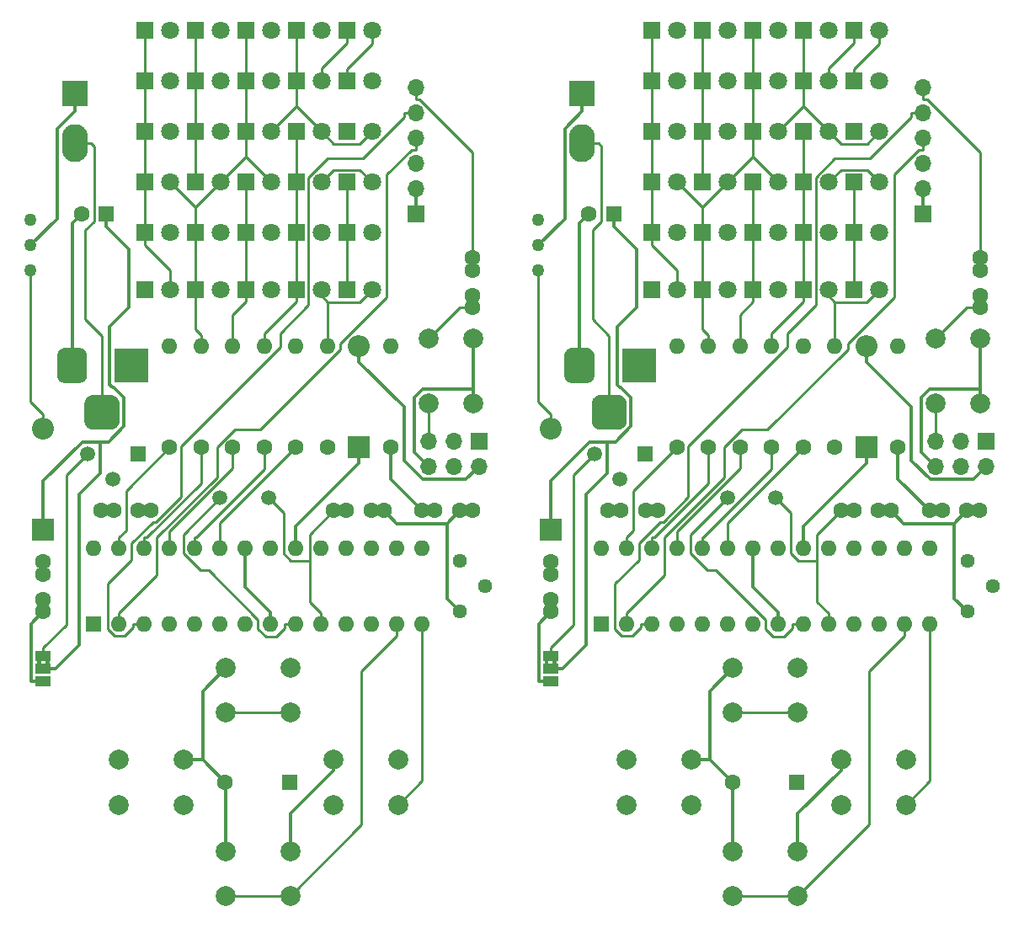
<source format=gtl>
G04 #@! TF.GenerationSoftware,KiCad,Pcbnew,(5.1.5)-3*
G04 #@! TF.CreationDate,2022-03-28T13:22:09+02:00*
G04 #@! TF.ProjectId,Panel-Game-Console,50616e65-6c2d-4476-916d-652d436f6e73,v3.3*
G04 #@! TF.SameCoordinates,Original*
G04 #@! TF.FileFunction,Copper,L1,Top*
G04 #@! TF.FilePolarity,Positive*
%FSLAX46Y46*%
G04 Gerber Fmt 4.6, Leading zero omitted, Abs format (unit mm)*
G04 Created by KiCad (PCBNEW (5.1.5)-3) date 2022-03-28 13:22:09*
%MOMM*%
%LPD*%
G04 APERTURE LIST*
%ADD10C,0.100000*%
%ADD11C,1.600000*%
%ADD12O,1.600000X1.600000*%
%ADD13O,1.700000X1.700000*%
%ADD14R,1.700000X1.700000*%
%ADD15C,2.000000*%
%ADD16R,2.200000X2.200000*%
%ADD17O,2.200000X2.200000*%
%ADD18R,1.800000X1.800000*%
%ADD19C,1.800000*%
%ADD20R,1.600000X1.600000*%
%ADD21C,1.500000*%
%ADD22R,1.500000X1.500000*%
%ADD23O,2.600000X3.819200*%
%ADD24R,2.600000X2.600000*%
%ADD25R,1.500000X1.000000*%
%ADD26C,1.440000*%
%ADD27C,1.270000*%
%ADD28R,3.500000X3.500000*%
%ADD29C,0.300000*%
%ADD30C,0.250000*%
G04 APERTURE END LIST*
D10*
G36*
X148710000Y-111760000D02*
G01*
X148710000Y-112260000D01*
X148310000Y-112260000D01*
X148310000Y-111760000D01*
X148710000Y-111760000D01*
G37*
G36*
X149510000Y-111760000D02*
G01*
X149510000Y-112260000D01*
X149110000Y-112260000D01*
X149110000Y-111760000D01*
X149510000Y-111760000D01*
G37*
G36*
X98510000Y-111760000D02*
G01*
X98510000Y-112260000D01*
X98110000Y-112260000D01*
X98110000Y-111760000D01*
X98510000Y-111760000D01*
G37*
G36*
X97710000Y-111760000D02*
G01*
X97710000Y-112260000D01*
X97310000Y-112260000D01*
X97310000Y-111760000D01*
X97710000Y-111760000D01*
G37*
D11*
X148910000Y-105695000D03*
X148910000Y-103195000D03*
X148910000Y-106945000D03*
X148910000Y-101945000D03*
X177485000Y-90435000D03*
D12*
X177485000Y-80275000D03*
D11*
X164785000Y-90435000D03*
D12*
X164785000Y-80275000D03*
D11*
X174310000Y-90435000D03*
D12*
X174310000Y-80275000D03*
D11*
X171135000Y-90435000D03*
D12*
X171135000Y-80275000D03*
D11*
X192090000Y-72635000D03*
X192090000Y-75135000D03*
X192090000Y-71385000D03*
X192090000Y-76385000D03*
D13*
X186375000Y-54240000D03*
X186375000Y-56780000D03*
X186375000Y-59320000D03*
X186375000Y-61860000D03*
X186375000Y-64400000D03*
D14*
X186375000Y-66940000D03*
D15*
X156530000Y-121845000D03*
X156530000Y-126345000D03*
X163030000Y-121845000D03*
X163030000Y-126345000D03*
D16*
X148910000Y-98690000D03*
D17*
X148910000Y-88530000D03*
D11*
X183835000Y-90435000D03*
D12*
X183835000Y-80275000D03*
D11*
X167960000Y-90435000D03*
D12*
X167960000Y-80275000D03*
D11*
X188260000Y-96785000D03*
X190760000Y-96785000D03*
X187010000Y-96785000D03*
X192010000Y-96785000D03*
D15*
X167250000Y-131020000D03*
X167250000Y-135520000D03*
X173750000Y-131020000D03*
X173750000Y-135520000D03*
D11*
X161610000Y-90435000D03*
D12*
X161610000Y-80275000D03*
D18*
X179415000Y-74565000D03*
D19*
X181955000Y-74565000D03*
D18*
X179415000Y-68850000D03*
D19*
X181955000Y-68850000D03*
D18*
X169255000Y-63770000D03*
D19*
X171795000Y-63770000D03*
D18*
X179415000Y-63770000D03*
D19*
X181955000Y-63770000D03*
D18*
X164175000Y-68850000D03*
D19*
X166715000Y-68850000D03*
D15*
X167250000Y-112605000D03*
X167250000Y-117105000D03*
X173750000Y-112605000D03*
X173750000Y-117105000D03*
X178120000Y-121845000D03*
X178120000Y-126345000D03*
X184620000Y-121845000D03*
X184620000Y-126345000D03*
D18*
X159095000Y-74565000D03*
D19*
X161635000Y-74565000D03*
D18*
X169255000Y-68850000D03*
D19*
X171795000Y-68850000D03*
D18*
X164175000Y-74565000D03*
D19*
X166715000Y-74565000D03*
D18*
X159095000Y-63770000D03*
D19*
X161635000Y-63770000D03*
D18*
X164175000Y-63770000D03*
D19*
X166715000Y-63770000D03*
D18*
X159095000Y-58690000D03*
D19*
X161635000Y-58690000D03*
D18*
X159095000Y-68850000D03*
D19*
X161635000Y-68850000D03*
D18*
X169255000Y-74565000D03*
D19*
X171795000Y-74565000D03*
D18*
X174335000Y-68850000D03*
D19*
X176875000Y-68850000D03*
D18*
X174335000Y-63770000D03*
D19*
X176875000Y-63770000D03*
D18*
X174335000Y-74565000D03*
D19*
X176875000Y-74565000D03*
D18*
X174335000Y-48530000D03*
D19*
X176875000Y-48530000D03*
D18*
X164175000Y-58690000D03*
D19*
X166715000Y-58690000D03*
D18*
X164175000Y-53610000D03*
D19*
X166715000Y-53610000D03*
D14*
X192725000Y-89800000D03*
D13*
X192725000Y-92340000D03*
X190185000Y-89800000D03*
X190185000Y-92340000D03*
X187645000Y-89800000D03*
X187645000Y-92340000D03*
D18*
X179415000Y-58690000D03*
D19*
X181955000Y-58690000D03*
D18*
X169255000Y-48530000D03*
D19*
X171795000Y-48530000D03*
D18*
X174335000Y-53610000D03*
D19*
X176875000Y-53610000D03*
D18*
X169255000Y-58690000D03*
D19*
X171795000Y-58690000D03*
D18*
X164175000Y-48530000D03*
D19*
X166715000Y-48530000D03*
D18*
X174335000Y-58690000D03*
D19*
X176875000Y-58690000D03*
D20*
X153990000Y-108215000D03*
D12*
X187010000Y-100595000D03*
X156530000Y-108215000D03*
X184470000Y-100595000D03*
X159070000Y-108215000D03*
X181930000Y-100595000D03*
X161610000Y-108215000D03*
X179390000Y-100595000D03*
X164150000Y-108215000D03*
X176850000Y-100595000D03*
X166690000Y-108215000D03*
X174310000Y-100595000D03*
X169230000Y-108215000D03*
X171770000Y-100595000D03*
X171770000Y-108215000D03*
X169230000Y-100595000D03*
X174310000Y-108215000D03*
X166690000Y-100595000D03*
X176850000Y-108215000D03*
X164150000Y-100595000D03*
X179390000Y-108215000D03*
X161610000Y-100595000D03*
X181930000Y-108215000D03*
X159070000Y-100595000D03*
X184470000Y-108215000D03*
X156530000Y-100595000D03*
X187010000Y-108215000D03*
X153990000Y-100595000D03*
D18*
X159095000Y-53610000D03*
D19*
X161635000Y-53610000D03*
D18*
X169255000Y-53610000D03*
D19*
X171795000Y-53610000D03*
D18*
X179415000Y-48530000D03*
D19*
X181955000Y-48530000D03*
D18*
X179415000Y-53610000D03*
D19*
X181955000Y-53610000D03*
D15*
X192145000Y-85990000D03*
X187645000Y-85990000D03*
X192145000Y-79490000D03*
X187645000Y-79490000D03*
D18*
X159095000Y-48530000D03*
D19*
X161635000Y-48530000D03*
D21*
X166690000Y-95515000D03*
X171570000Y-95515000D03*
D20*
X173675000Y-124090000D03*
D11*
X167175000Y-124090000D03*
X179370000Y-96785000D03*
X181870000Y-96785000D03*
X178120000Y-96785000D03*
X183120000Y-96785000D03*
D21*
X155895000Y-93610000D03*
X153355000Y-91070000D03*
D22*
X158435000Y-91070000D03*
D23*
X152085000Y-59875000D03*
D24*
X152085000Y-54875000D03*
D11*
X152760000Y-66940000D03*
D20*
X155260000Y-66940000D03*
D25*
X148910000Y-111360000D03*
X148910000Y-113960000D03*
X148910000Y-112660000D03*
D16*
X180660000Y-90435000D03*
D17*
X180660000Y-80275000D03*
D11*
X158455000Y-96785000D03*
X155955000Y-96785000D03*
X159705000Y-96785000D03*
X154705000Y-96785000D03*
D26*
X190820000Y-106945000D03*
X193360000Y-104405000D03*
X190820000Y-101865000D03*
D27*
X147640000Y-67575000D03*
X147640000Y-72655000D03*
X147640000Y-70115000D03*
G04 #@! TA.AperFunction,ComponentPad*
D10*
G36*
X155760765Y-85134213D02*
G01*
X155845704Y-85146813D01*
X155928999Y-85167677D01*
X156009848Y-85196605D01*
X156087472Y-85233319D01*
X156161124Y-85277464D01*
X156230094Y-85328616D01*
X156293718Y-85386282D01*
X156351384Y-85449906D01*
X156402536Y-85518876D01*
X156446681Y-85592528D01*
X156483395Y-85670152D01*
X156512323Y-85751001D01*
X156533187Y-85834296D01*
X156545787Y-85919235D01*
X156550000Y-86005000D01*
X156550000Y-87755000D01*
X156545787Y-87840765D01*
X156533187Y-87925704D01*
X156512323Y-88008999D01*
X156483395Y-88089848D01*
X156446681Y-88167472D01*
X156402536Y-88241124D01*
X156351384Y-88310094D01*
X156293718Y-88373718D01*
X156230094Y-88431384D01*
X156161124Y-88482536D01*
X156087472Y-88526681D01*
X156009848Y-88563395D01*
X155928999Y-88592323D01*
X155845704Y-88613187D01*
X155760765Y-88625787D01*
X155675000Y-88630000D01*
X153925000Y-88630000D01*
X153839235Y-88625787D01*
X153754296Y-88613187D01*
X153671001Y-88592323D01*
X153590152Y-88563395D01*
X153512528Y-88526681D01*
X153438876Y-88482536D01*
X153369906Y-88431384D01*
X153306282Y-88373718D01*
X153248616Y-88310094D01*
X153197464Y-88241124D01*
X153153319Y-88167472D01*
X153116605Y-88089848D01*
X153087677Y-88008999D01*
X153066813Y-87925704D01*
X153054213Y-87840765D01*
X153050000Y-87755000D01*
X153050000Y-86005000D01*
X153054213Y-85919235D01*
X153066813Y-85834296D01*
X153087677Y-85751001D01*
X153116605Y-85670152D01*
X153153319Y-85592528D01*
X153197464Y-85518876D01*
X153248616Y-85449906D01*
X153306282Y-85386282D01*
X153369906Y-85328616D01*
X153438876Y-85277464D01*
X153512528Y-85233319D01*
X153590152Y-85196605D01*
X153671001Y-85167677D01*
X153754296Y-85146813D01*
X153839235Y-85134213D01*
X153925000Y-85130000D01*
X155675000Y-85130000D01*
X155760765Y-85134213D01*
G37*
G04 #@! TD.AperFunction*
G04 #@! TA.AperFunction,ComponentPad*
G36*
X152623513Y-80433611D02*
G01*
X152696318Y-80444411D01*
X152767714Y-80462295D01*
X152837013Y-80487090D01*
X152903548Y-80518559D01*
X152966678Y-80556398D01*
X153025795Y-80600242D01*
X153080330Y-80649670D01*
X153129758Y-80704205D01*
X153173602Y-80763322D01*
X153211441Y-80826452D01*
X153242910Y-80892987D01*
X153267705Y-80962286D01*
X153285589Y-81033682D01*
X153296389Y-81106487D01*
X153300000Y-81180000D01*
X153300000Y-83180000D01*
X153296389Y-83253513D01*
X153285589Y-83326318D01*
X153267705Y-83397714D01*
X153242910Y-83467013D01*
X153211441Y-83533548D01*
X153173602Y-83596678D01*
X153129758Y-83655795D01*
X153080330Y-83710330D01*
X153025795Y-83759758D01*
X152966678Y-83803602D01*
X152903548Y-83841441D01*
X152837013Y-83872910D01*
X152767714Y-83897705D01*
X152696318Y-83915589D01*
X152623513Y-83926389D01*
X152550000Y-83930000D01*
X151050000Y-83930000D01*
X150976487Y-83926389D01*
X150903682Y-83915589D01*
X150832286Y-83897705D01*
X150762987Y-83872910D01*
X150696452Y-83841441D01*
X150633322Y-83803602D01*
X150574205Y-83759758D01*
X150519670Y-83710330D01*
X150470242Y-83655795D01*
X150426398Y-83596678D01*
X150388559Y-83533548D01*
X150357090Y-83467013D01*
X150332295Y-83397714D01*
X150314411Y-83326318D01*
X150303611Y-83253513D01*
X150300000Y-83180000D01*
X150300000Y-81180000D01*
X150303611Y-81106487D01*
X150314411Y-81033682D01*
X150332295Y-80962286D01*
X150357090Y-80892987D01*
X150388559Y-80826452D01*
X150426398Y-80763322D01*
X150470242Y-80704205D01*
X150519670Y-80649670D01*
X150574205Y-80600242D01*
X150633322Y-80556398D01*
X150696452Y-80518559D01*
X150762987Y-80487090D01*
X150832286Y-80462295D01*
X150903682Y-80444411D01*
X150976487Y-80433611D01*
X151050000Y-80430000D01*
X152550000Y-80430000D01*
X152623513Y-80433611D01*
G37*
G04 #@! TD.AperFunction*
D28*
X157800000Y-82180000D03*
D26*
X139820000Y-101865000D03*
X142360000Y-104405000D03*
X139820000Y-106945000D03*
D22*
X107435000Y-91070000D03*
D21*
X102355000Y-91070000D03*
X104895000Y-93610000D03*
D11*
X132120000Y-96785000D03*
X127120000Y-96785000D03*
X130870000Y-96785000D03*
X128370000Y-96785000D03*
X103705000Y-96785000D03*
X108705000Y-96785000D03*
X104955000Y-96785000D03*
X107455000Y-96785000D03*
D25*
X97910000Y-112660000D03*
X97910000Y-113960000D03*
X97910000Y-111360000D03*
D17*
X129660000Y-80275000D03*
D16*
X129660000Y-90435000D03*
D20*
X104260000Y-66940000D03*
D11*
X101760000Y-66940000D03*
X116175000Y-124090000D03*
D20*
X122675000Y-124090000D03*
D27*
X96640000Y-70115000D03*
X96640000Y-72655000D03*
X96640000Y-67575000D03*
D24*
X101085000Y-54875000D03*
D23*
X101085000Y-59875000D03*
D28*
X106800000Y-82180000D03*
G04 #@! TA.AperFunction,ComponentPad*
D10*
G36*
X101623513Y-80433611D02*
G01*
X101696318Y-80444411D01*
X101767714Y-80462295D01*
X101837013Y-80487090D01*
X101903548Y-80518559D01*
X101966678Y-80556398D01*
X102025795Y-80600242D01*
X102080330Y-80649670D01*
X102129758Y-80704205D01*
X102173602Y-80763322D01*
X102211441Y-80826452D01*
X102242910Y-80892987D01*
X102267705Y-80962286D01*
X102285589Y-81033682D01*
X102296389Y-81106487D01*
X102300000Y-81180000D01*
X102300000Y-83180000D01*
X102296389Y-83253513D01*
X102285589Y-83326318D01*
X102267705Y-83397714D01*
X102242910Y-83467013D01*
X102211441Y-83533548D01*
X102173602Y-83596678D01*
X102129758Y-83655795D01*
X102080330Y-83710330D01*
X102025795Y-83759758D01*
X101966678Y-83803602D01*
X101903548Y-83841441D01*
X101837013Y-83872910D01*
X101767714Y-83897705D01*
X101696318Y-83915589D01*
X101623513Y-83926389D01*
X101550000Y-83930000D01*
X100050000Y-83930000D01*
X99976487Y-83926389D01*
X99903682Y-83915589D01*
X99832286Y-83897705D01*
X99762987Y-83872910D01*
X99696452Y-83841441D01*
X99633322Y-83803602D01*
X99574205Y-83759758D01*
X99519670Y-83710330D01*
X99470242Y-83655795D01*
X99426398Y-83596678D01*
X99388559Y-83533548D01*
X99357090Y-83467013D01*
X99332295Y-83397714D01*
X99314411Y-83326318D01*
X99303611Y-83253513D01*
X99300000Y-83180000D01*
X99300000Y-81180000D01*
X99303611Y-81106487D01*
X99314411Y-81033682D01*
X99332295Y-80962286D01*
X99357090Y-80892987D01*
X99388559Y-80826452D01*
X99426398Y-80763322D01*
X99470242Y-80704205D01*
X99519670Y-80649670D01*
X99574205Y-80600242D01*
X99633322Y-80556398D01*
X99696452Y-80518559D01*
X99762987Y-80487090D01*
X99832286Y-80462295D01*
X99903682Y-80444411D01*
X99976487Y-80433611D01*
X100050000Y-80430000D01*
X101550000Y-80430000D01*
X101623513Y-80433611D01*
G37*
G04 #@! TD.AperFunction*
G04 #@! TA.AperFunction,ComponentPad*
G36*
X104760765Y-85134213D02*
G01*
X104845704Y-85146813D01*
X104928999Y-85167677D01*
X105009848Y-85196605D01*
X105087472Y-85233319D01*
X105161124Y-85277464D01*
X105230094Y-85328616D01*
X105293718Y-85386282D01*
X105351384Y-85449906D01*
X105402536Y-85518876D01*
X105446681Y-85592528D01*
X105483395Y-85670152D01*
X105512323Y-85751001D01*
X105533187Y-85834296D01*
X105545787Y-85919235D01*
X105550000Y-86005000D01*
X105550000Y-87755000D01*
X105545787Y-87840765D01*
X105533187Y-87925704D01*
X105512323Y-88008999D01*
X105483395Y-88089848D01*
X105446681Y-88167472D01*
X105402536Y-88241124D01*
X105351384Y-88310094D01*
X105293718Y-88373718D01*
X105230094Y-88431384D01*
X105161124Y-88482536D01*
X105087472Y-88526681D01*
X105009848Y-88563395D01*
X104928999Y-88592323D01*
X104845704Y-88613187D01*
X104760765Y-88625787D01*
X104675000Y-88630000D01*
X102925000Y-88630000D01*
X102839235Y-88625787D01*
X102754296Y-88613187D01*
X102671001Y-88592323D01*
X102590152Y-88563395D01*
X102512528Y-88526681D01*
X102438876Y-88482536D01*
X102369906Y-88431384D01*
X102306282Y-88373718D01*
X102248616Y-88310094D01*
X102197464Y-88241124D01*
X102153319Y-88167472D01*
X102116605Y-88089848D01*
X102087677Y-88008999D01*
X102066813Y-87925704D01*
X102054213Y-87840765D01*
X102050000Y-87755000D01*
X102050000Y-86005000D01*
X102054213Y-85919235D01*
X102066813Y-85834296D01*
X102087677Y-85751001D01*
X102116605Y-85670152D01*
X102153319Y-85592528D01*
X102197464Y-85518876D01*
X102248616Y-85449906D01*
X102306282Y-85386282D01*
X102369906Y-85328616D01*
X102438876Y-85277464D01*
X102512528Y-85233319D01*
X102590152Y-85196605D01*
X102671001Y-85167677D01*
X102754296Y-85146813D01*
X102839235Y-85134213D01*
X102925000Y-85130000D01*
X104675000Y-85130000D01*
X104760765Y-85134213D01*
G37*
G04 #@! TD.AperFunction*
D21*
X120570000Y-95515000D03*
X115690000Y-95515000D03*
D13*
X136645000Y-92340000D03*
X136645000Y-89800000D03*
X139185000Y-92340000D03*
X139185000Y-89800000D03*
X141725000Y-92340000D03*
D14*
X141725000Y-89800000D03*
D15*
X136645000Y-79490000D03*
X141145000Y-79490000D03*
X136645000Y-85990000D03*
X141145000Y-85990000D03*
D12*
X102990000Y-100595000D03*
X136010000Y-108215000D03*
X105530000Y-100595000D03*
X133470000Y-108215000D03*
X108070000Y-100595000D03*
X130930000Y-108215000D03*
X110610000Y-100595000D03*
X128390000Y-108215000D03*
X113150000Y-100595000D03*
X125850000Y-108215000D03*
X115690000Y-100595000D03*
X123310000Y-108215000D03*
X118230000Y-100595000D03*
X120770000Y-108215000D03*
X120770000Y-100595000D03*
X118230000Y-108215000D03*
X123310000Y-100595000D03*
X115690000Y-108215000D03*
X125850000Y-100595000D03*
X113150000Y-108215000D03*
X128390000Y-100595000D03*
X110610000Y-108215000D03*
X130930000Y-100595000D03*
X108070000Y-108215000D03*
X133470000Y-100595000D03*
X105530000Y-108215000D03*
X136010000Y-100595000D03*
D20*
X102990000Y-108215000D03*
D19*
X130955000Y-48530000D03*
D18*
X128415000Y-48530000D03*
D19*
X125875000Y-48530000D03*
D18*
X123335000Y-48530000D03*
D19*
X120795000Y-48530000D03*
D18*
X118255000Y-48530000D03*
D19*
X115715000Y-48530000D03*
D18*
X113175000Y-48530000D03*
D19*
X110635000Y-48530000D03*
D18*
X108095000Y-48530000D03*
D19*
X130955000Y-53610000D03*
D18*
X128415000Y-53610000D03*
D19*
X125875000Y-53610000D03*
D18*
X123335000Y-53610000D03*
D19*
X120795000Y-53610000D03*
D18*
X118255000Y-53610000D03*
D19*
X115715000Y-53610000D03*
D18*
X113175000Y-53610000D03*
D19*
X110635000Y-53610000D03*
D18*
X108095000Y-53610000D03*
D19*
X130955000Y-58690000D03*
D18*
X128415000Y-58690000D03*
D19*
X125875000Y-58690000D03*
D18*
X123335000Y-58690000D03*
D19*
X120795000Y-58690000D03*
D18*
X118255000Y-58690000D03*
D19*
X115715000Y-58690000D03*
D18*
X113175000Y-58690000D03*
D19*
X110635000Y-58690000D03*
D18*
X108095000Y-58690000D03*
D19*
X130955000Y-63770000D03*
D18*
X128415000Y-63770000D03*
D19*
X125875000Y-63770000D03*
D18*
X123335000Y-63770000D03*
D19*
X120795000Y-63770000D03*
D18*
X118255000Y-63770000D03*
D19*
X115715000Y-63770000D03*
D18*
X113175000Y-63770000D03*
D19*
X110635000Y-63770000D03*
D18*
X108095000Y-63770000D03*
D19*
X130955000Y-68850000D03*
D18*
X128415000Y-68850000D03*
D19*
X125875000Y-68850000D03*
D18*
X123335000Y-68850000D03*
D19*
X120795000Y-68850000D03*
D18*
X118255000Y-68850000D03*
D19*
X115715000Y-68850000D03*
D18*
X113175000Y-68850000D03*
D19*
X110635000Y-68850000D03*
D18*
X108095000Y-68850000D03*
D19*
X130955000Y-74565000D03*
D18*
X128415000Y-74565000D03*
D19*
X125875000Y-74565000D03*
D18*
X123335000Y-74565000D03*
D19*
X120795000Y-74565000D03*
D18*
X118255000Y-74565000D03*
D19*
X115715000Y-74565000D03*
D18*
X113175000Y-74565000D03*
D19*
X110635000Y-74565000D03*
D18*
X108095000Y-74565000D03*
D15*
X133620000Y-126345000D03*
X133620000Y-121845000D03*
X127120000Y-126345000D03*
X127120000Y-121845000D03*
X122750000Y-117105000D03*
X122750000Y-112605000D03*
X116250000Y-117105000D03*
X116250000Y-112605000D03*
X122750000Y-135520000D03*
X122750000Y-131020000D03*
X116250000Y-135520000D03*
X116250000Y-131020000D03*
X112030000Y-126345000D03*
X112030000Y-121845000D03*
X105530000Y-126345000D03*
X105530000Y-121845000D03*
D11*
X141090000Y-76385000D03*
X141090000Y-71385000D03*
X141090000Y-75135000D03*
X141090000Y-72635000D03*
X141010000Y-96785000D03*
X136010000Y-96785000D03*
X139760000Y-96785000D03*
X137260000Y-96785000D03*
D14*
X135375000Y-66940000D03*
D13*
X135375000Y-64400000D03*
X135375000Y-61860000D03*
X135375000Y-59320000D03*
X135375000Y-56780000D03*
X135375000Y-54240000D03*
D12*
X123310000Y-80275000D03*
D11*
X123310000Y-90435000D03*
D12*
X120135000Y-80275000D03*
D11*
X120135000Y-90435000D03*
D12*
X116960000Y-80275000D03*
D11*
X116960000Y-90435000D03*
D12*
X113785000Y-80275000D03*
D11*
X113785000Y-90435000D03*
D12*
X110610000Y-80275000D03*
D11*
X110610000Y-90435000D03*
D12*
X126485000Y-80275000D03*
D11*
X126485000Y-90435000D03*
D12*
X132835000Y-80275000D03*
D11*
X132835000Y-90435000D03*
X97910000Y-101945000D03*
X97910000Y-106945000D03*
X97910000Y-103195000D03*
X97910000Y-105695000D03*
D17*
X97910000Y-88530000D03*
D16*
X97910000Y-98690000D03*
D29*
X138477000Y-98068000D02*
X133403000Y-98068000D01*
X133403000Y-98068000D02*
X132120000Y-96785000D01*
X139760000Y-96785000D02*
X138477000Y-98068000D01*
X138477000Y-98068000D02*
X138477000Y-105602000D01*
X138477000Y-105602000D02*
X139820000Y-106945000D01*
X141145000Y-84517000D02*
X141145000Y-85990000D01*
X141145000Y-79490000D02*
X141145000Y-84517000D01*
X141145000Y-84517000D02*
X136065800Y-84517000D01*
X136065800Y-84517000D02*
X135193200Y-85389600D01*
X135193200Y-85389600D02*
X135193200Y-90888200D01*
X135193200Y-90888200D02*
X136645000Y-92340000D01*
X120770000Y-108215000D02*
X120770000Y-106964700D01*
X120770000Y-106964700D02*
X118230000Y-104424700D01*
X118230000Y-104424700D02*
X118230000Y-100595000D01*
X122750000Y-131020000D02*
X122750000Y-127259600D01*
X122750000Y-127259600D02*
X127120000Y-122889600D01*
X127120000Y-122889600D02*
X127120000Y-121845000D01*
X97910000Y-103195000D02*
X97910000Y-101945000D01*
X100800000Y-82180000D02*
X100800000Y-67900000D01*
X100800000Y-67900000D02*
X101760000Y-66940000D01*
X113930000Y-121845000D02*
X116175000Y-124090000D01*
X112030000Y-121845000D02*
X113930000Y-121845000D01*
X116250000Y-112605000D02*
X113930000Y-114925000D01*
X113930000Y-114925000D02*
X113930000Y-121845000D01*
X116250000Y-131020000D02*
X116250000Y-124165000D01*
X116250000Y-124165000D02*
X116175000Y-124090000D01*
X135375000Y-64400000D02*
X135375000Y-66940000D01*
X173750000Y-127259600D02*
X178120000Y-122889600D01*
X192145000Y-84517000D02*
X187065800Y-84517000D01*
X171770000Y-106964700D02*
X169230000Y-104424700D01*
X169230000Y-104424700D02*
X169230000Y-100595000D01*
X190760000Y-96785000D02*
X189477000Y-98068000D01*
X189477000Y-98068000D02*
X189477000Y-105602000D01*
X186193200Y-90888200D02*
X187645000Y-92340000D01*
X189477000Y-98068000D02*
X184403000Y-98068000D01*
X189477000Y-105602000D02*
X190820000Y-106945000D01*
X184403000Y-98068000D02*
X183120000Y-96785000D01*
X186193200Y-85389600D02*
X186193200Y-90888200D01*
X171770000Y-108215000D02*
X171770000Y-106964700D01*
X192145000Y-79490000D02*
X192145000Y-84517000D01*
X173750000Y-131020000D02*
X173750000Y-127259600D01*
X178120000Y-122889600D02*
X178120000Y-121845000D01*
X192145000Y-84517000D02*
X192145000Y-85990000D01*
X187065800Y-84517000D02*
X186193200Y-85389600D01*
X164930000Y-121845000D02*
X167175000Y-124090000D01*
X167250000Y-131020000D02*
X167250000Y-124165000D01*
X167250000Y-124165000D02*
X167175000Y-124090000D01*
X148910000Y-103195000D02*
X148910000Y-101945000D01*
X163030000Y-121845000D02*
X164930000Y-121845000D01*
X151800000Y-67900000D02*
X152760000Y-66940000D01*
X151800000Y-82180000D02*
X151800000Y-67900000D01*
X186375000Y-64400000D02*
X186375000Y-66940000D01*
X167250000Y-112605000D02*
X164930000Y-114925000D01*
X164930000Y-114925000D02*
X164930000Y-121845000D01*
X97910000Y-113960000D02*
X96709700Y-113960000D01*
X96709700Y-113960000D02*
X96709700Y-108145300D01*
X96709700Y-108145300D02*
X97910000Y-106945000D01*
X132835000Y-90435000D02*
X132835000Y-93610000D01*
X132835000Y-93610000D02*
X136010000Y-96785000D01*
X129660000Y-90435000D02*
X129660000Y-91985300D01*
X129660000Y-91985300D02*
X123310000Y-98335300D01*
X123310000Y-98335300D02*
X123310000Y-100595000D01*
X97910000Y-105695000D02*
X97910000Y-106945000D01*
X147709700Y-113960000D02*
X147709700Y-108145300D01*
X147709700Y-108145300D02*
X148910000Y-106945000D01*
X183835000Y-93610000D02*
X187010000Y-96785000D01*
X174310000Y-98335300D02*
X174310000Y-100595000D01*
X183835000Y-90435000D02*
X183835000Y-93610000D01*
X180660000Y-90435000D02*
X180660000Y-91985300D01*
X180660000Y-91985300D02*
X174310000Y-98335300D01*
X148910000Y-105695000D02*
X148910000Y-106945000D01*
X148910000Y-113960000D02*
X147709700Y-113960000D01*
D30*
X123310000Y-108215000D02*
X122184700Y-108215000D01*
X122184700Y-108215000D02*
X122184700Y-108637000D01*
X122184700Y-108637000D02*
X121343000Y-109478700D01*
X121343000Y-109478700D02*
X120291700Y-109478700D01*
X120291700Y-109478700D02*
X119500000Y-108687000D01*
X119500000Y-108687000D02*
X119500000Y-107737700D01*
X119500000Y-107737700D02*
X114561400Y-102799100D01*
X114561400Y-102799100D02*
X113700300Y-102799100D01*
X113700300Y-102799100D02*
X112007900Y-101106700D01*
X112007900Y-101106700D02*
X112007900Y-99197100D01*
X112007900Y-99197100D02*
X115690000Y-95515000D01*
X173184700Y-108215000D02*
X173184700Y-108637000D01*
X174310000Y-108215000D02*
X173184700Y-108215000D01*
X172343000Y-109478700D02*
X171291700Y-109478700D01*
X170500000Y-107737700D02*
X165561400Y-102799100D01*
X173184700Y-108637000D02*
X172343000Y-109478700D01*
X171291700Y-109478700D02*
X170500000Y-108687000D01*
X163007900Y-99197100D02*
X166690000Y-95515000D01*
X165561400Y-102799100D02*
X164700300Y-102799100D01*
X163007900Y-101106700D02*
X163007900Y-99197100D01*
X170500000Y-108687000D02*
X170500000Y-107737700D01*
X164700300Y-102799100D02*
X163007900Y-101106700D01*
X128415000Y-53610000D02*
X128415000Y-52384700D01*
X128415000Y-52384700D02*
X130955000Y-49844700D01*
X130955000Y-49844700D02*
X130955000Y-48530000D01*
X128415000Y-68850000D02*
X128415000Y-63770000D01*
X128415000Y-74565000D02*
X128415000Y-68850000D01*
X179415000Y-53610000D02*
X179415000Y-52384700D01*
X179415000Y-52384700D02*
X181955000Y-49844700D01*
X181955000Y-49844700D02*
X181955000Y-48530000D01*
X179415000Y-68850000D02*
X179415000Y-63770000D01*
X179415000Y-74565000D02*
X179415000Y-68850000D01*
X126485000Y-75808700D02*
X129711300Y-75808700D01*
X129711300Y-75808700D02*
X130955000Y-74565000D01*
X125875000Y-74565000D02*
X125875000Y-75198700D01*
X125875000Y-75198700D02*
X126485000Y-75808700D01*
X126485000Y-79149700D02*
X126485000Y-75808700D01*
X126485000Y-80275000D02*
X126485000Y-79149700D01*
X108095000Y-68850000D02*
X108095000Y-70075300D01*
X108095000Y-70075300D02*
X110635000Y-72615300D01*
X110635000Y-72615300D02*
X110635000Y-74565000D01*
X108095000Y-63770000D02*
X108095000Y-68850000D01*
X108095000Y-53610000D02*
X108095000Y-48530000D01*
X108095000Y-58690000D02*
X108095000Y-53610000D01*
X108095000Y-63770000D02*
X108095000Y-58690000D01*
X176875000Y-75198700D02*
X177485000Y-75808700D01*
X177485000Y-79149700D02*
X177485000Y-75808700D01*
X177485000Y-80275000D02*
X177485000Y-79149700D01*
X176875000Y-74565000D02*
X176875000Y-75198700D01*
X159095000Y-68850000D02*
X159095000Y-70075300D01*
X159095000Y-70075300D02*
X161635000Y-72615300D01*
X161635000Y-72615300D02*
X161635000Y-74565000D01*
X180711300Y-75808700D02*
X181955000Y-74565000D01*
X159095000Y-63770000D02*
X159095000Y-68850000D01*
X177485000Y-75808700D02*
X180711300Y-75808700D01*
X159095000Y-53610000D02*
X159095000Y-48530000D01*
X159095000Y-58690000D02*
X159095000Y-53610000D01*
X159095000Y-63770000D02*
X159095000Y-58690000D01*
X133470000Y-108215000D02*
X133470000Y-109340300D01*
X133470000Y-109340300D02*
X129908200Y-112902100D01*
X129908200Y-112902100D02*
X129908200Y-128361800D01*
X129908200Y-128361800D02*
X122750000Y-135520000D01*
X122750000Y-135520000D02*
X116250000Y-135520000D01*
X184470000Y-109340300D02*
X180908200Y-112902100D01*
X180908200Y-128361800D02*
X173750000Y-135520000D01*
X180908200Y-112902100D02*
X180908200Y-128361800D01*
X184470000Y-108215000D02*
X184470000Y-109340300D01*
X173750000Y-135520000D02*
X167250000Y-135520000D01*
X141090000Y-71385000D02*
X141090000Y-72635000D01*
X135375000Y-55415300D02*
X135742300Y-55415300D01*
X135742300Y-55415300D02*
X141090000Y-60763000D01*
X141090000Y-60763000D02*
X141090000Y-71385000D01*
X135375000Y-54240000D02*
X135375000Y-55415300D01*
X186375000Y-55415300D02*
X186742300Y-55415300D01*
X186742300Y-55415300D02*
X192090000Y-60763000D01*
X192090000Y-60763000D02*
X192090000Y-71385000D01*
X192090000Y-71385000D02*
X192090000Y-72635000D01*
X186375000Y-54240000D02*
X186375000Y-55415300D01*
X136645000Y-79490000D02*
X139750000Y-76385000D01*
X139750000Y-76385000D02*
X141090000Y-76385000D01*
X141090000Y-75135000D02*
X141090000Y-76385000D01*
X136645000Y-85990000D02*
X136645000Y-89800000D01*
X187645000Y-79490000D02*
X190750000Y-76385000D01*
X192090000Y-75135000D02*
X192090000Y-76385000D01*
X190750000Y-76385000D02*
X192090000Y-76385000D01*
X187645000Y-85990000D02*
X187645000Y-89800000D01*
X124702100Y-101826700D02*
X124702100Y-99202900D01*
X124702100Y-99202900D02*
X127120000Y-96785000D01*
X125850000Y-107089700D02*
X124702100Y-105941800D01*
X124702100Y-105941800D02*
X124702100Y-101826700D01*
X124702100Y-101826700D02*
X122798100Y-101826700D01*
X122798100Y-101826700D02*
X122053100Y-101081700D01*
X122053100Y-101081700D02*
X122053100Y-96998100D01*
X122053100Y-96998100D02*
X120570000Y-95515000D01*
X125850000Y-108215000D02*
X125850000Y-107089700D01*
X175702100Y-99202900D02*
X178120000Y-96785000D01*
X176850000Y-107089700D02*
X175702100Y-105941800D01*
X173798100Y-101826700D02*
X173053100Y-101081700D01*
X173053100Y-101081700D02*
X173053100Y-96998100D01*
X175702100Y-101826700D02*
X175702100Y-99202900D01*
X175702100Y-105941800D02*
X175702100Y-101826700D01*
X173053100Y-96998100D02*
X171570000Y-95515000D01*
X175702100Y-101826700D02*
X173798100Y-101826700D01*
X176850000Y-108215000D02*
X176850000Y-107089700D01*
X134199700Y-56780000D02*
X134199700Y-57220700D01*
X134199700Y-57220700D02*
X130048800Y-61371600D01*
X130048800Y-61371600D02*
X126470500Y-61371600D01*
X126470500Y-61371600D02*
X124560400Y-63281700D01*
X124560400Y-63281700D02*
X124560400Y-76092100D01*
X124560400Y-76092100D02*
X121722500Y-78930000D01*
X121722500Y-78930000D02*
X121722500Y-80301800D01*
X121722500Y-80301800D02*
X111747300Y-90277000D01*
X111747300Y-90277000D02*
X111747300Y-95398500D01*
X111747300Y-95398500D02*
X109235400Y-97910400D01*
X109235400Y-97910400D02*
X108952400Y-97910400D01*
X108952400Y-97910400D02*
X106800000Y-100062800D01*
X106800000Y-100062800D02*
X106800000Y-101720400D01*
X106800000Y-101720400D02*
X104381400Y-104139000D01*
X104381400Y-104139000D02*
X104381400Y-108660700D01*
X104381400Y-108660700D02*
X105061000Y-109340300D01*
X105061000Y-109340300D02*
X106100800Y-109340300D01*
X106100800Y-109340300D02*
X106944700Y-108496400D01*
X106944700Y-108496400D02*
X106944700Y-108215000D01*
X108070000Y-108215000D02*
X106944700Y-108215000D01*
X135375000Y-56780000D02*
X134199700Y-56780000D01*
X175560400Y-76092100D02*
X172722500Y-78930000D01*
X157800000Y-100062800D02*
X157800000Y-101720400D01*
X159952400Y-97910400D02*
X157800000Y-100062800D01*
X177470500Y-61371600D02*
X175560400Y-63281700D01*
X175560400Y-63281700D02*
X175560400Y-76092100D01*
X172722500Y-80301800D02*
X162747300Y-90277000D01*
X185199700Y-56780000D02*
X185199700Y-57220700D01*
X162747300Y-90277000D02*
X162747300Y-95398500D01*
X162747300Y-95398500D02*
X160235400Y-97910400D01*
X181048800Y-61371600D02*
X177470500Y-61371600D01*
X160235400Y-97910400D02*
X159952400Y-97910400D01*
X157800000Y-101720400D02*
X155381400Y-104139000D01*
X155381400Y-108660700D02*
X156061000Y-109340300D01*
X155381400Y-104139000D02*
X155381400Y-108660700D01*
X185199700Y-57220700D02*
X181048800Y-61371600D01*
X172722500Y-78930000D02*
X172722500Y-80301800D01*
X157100800Y-109340300D02*
X157944700Y-108496400D01*
X157944700Y-108496400D02*
X157944700Y-108215000D01*
X156061000Y-109340300D02*
X157100800Y-109340300D01*
X186375000Y-56780000D02*
X185199700Y-56780000D01*
X159070000Y-108215000D02*
X157944700Y-108215000D01*
X105530000Y-108215000D02*
X105530000Y-107089700D01*
X135375000Y-59320000D02*
X135375000Y-60495300D01*
X135375000Y-60495300D02*
X134934300Y-60495300D01*
X134934300Y-60495300D02*
X132442900Y-62986700D01*
X132442900Y-62986700D02*
X132442900Y-75291900D01*
X132442900Y-75291900D02*
X127789700Y-79945100D01*
X127789700Y-79945100D02*
X127789700Y-80566300D01*
X127789700Y-80566300D02*
X119721600Y-88634400D01*
X119721600Y-88634400D02*
X117141400Y-88634400D01*
X117141400Y-88634400D02*
X115372600Y-90403200D01*
X115372600Y-90403200D02*
X115372600Y-93428900D01*
X115372600Y-93428900D02*
X109340000Y-99461500D01*
X109340000Y-99461500D02*
X109340000Y-103279700D01*
X109340000Y-103279700D02*
X105530000Y-107089700D01*
X170721600Y-88634400D02*
X168141400Y-88634400D01*
X178789700Y-79945100D02*
X178789700Y-80566300D01*
X186375000Y-59320000D02*
X186375000Y-60495300D01*
X156530000Y-108215000D02*
X156530000Y-107089700D01*
X183442900Y-75291900D02*
X178789700Y-79945100D01*
X160340000Y-99461500D02*
X160340000Y-103279700D01*
X160340000Y-103279700D02*
X156530000Y-107089700D01*
X166372600Y-90403200D02*
X166372600Y-93428900D01*
X183442900Y-62986700D02*
X183442900Y-75291900D01*
X178789700Y-80566300D02*
X170721600Y-88634400D01*
X166372600Y-93428900D02*
X160340000Y-99461500D01*
X168141400Y-88634400D02*
X166372600Y-90403200D01*
X186375000Y-60495300D02*
X185934300Y-60495300D01*
X185934300Y-60495300D02*
X183442900Y-62986700D01*
X136010000Y-108215000D02*
X136010000Y-123955000D01*
X136010000Y-123955000D02*
X133620000Y-126345000D01*
X187010000Y-108215000D02*
X187010000Y-123955000D01*
X187010000Y-123955000D02*
X184620000Y-126345000D01*
X125875000Y-63770000D02*
X127100400Y-62544600D01*
X127100400Y-62544600D02*
X129729600Y-62544600D01*
X129729600Y-62544600D02*
X130955000Y-63770000D01*
X113785000Y-80275000D02*
X113785000Y-79149700D01*
X113785000Y-79149700D02*
X113175000Y-78539700D01*
X113175000Y-78539700D02*
X113175000Y-74565000D01*
X113175000Y-66310000D02*
X110635000Y-63770000D01*
X113175000Y-67624700D02*
X113175000Y-66310000D01*
X115715000Y-63770000D02*
X113175000Y-66310000D01*
X118255000Y-61230000D02*
X118255000Y-59915300D01*
X115715000Y-63770000D02*
X118255000Y-61230000D01*
X118255000Y-61230000D02*
X120795000Y-63770000D01*
X113175000Y-68850000D02*
X113175000Y-67624700D01*
X113175000Y-74565000D02*
X113175000Y-68850000D01*
X118255000Y-58690000D02*
X118255000Y-59915300D01*
X118255000Y-53610000D02*
X118255000Y-58690000D01*
X118255000Y-53610000D02*
X118255000Y-48530000D01*
X169255000Y-53610000D02*
X169255000Y-58690000D01*
X164785000Y-79149700D02*
X164175000Y-78539700D01*
X164175000Y-78539700D02*
X164175000Y-74565000D01*
X164175000Y-66310000D02*
X161635000Y-63770000D01*
X164175000Y-67624700D02*
X164175000Y-66310000D01*
X169255000Y-61230000D02*
X169255000Y-59915300D01*
X169255000Y-61230000D02*
X171795000Y-63770000D01*
X166715000Y-63770000D02*
X169255000Y-61230000D01*
X164785000Y-80275000D02*
X164785000Y-79149700D01*
X178100400Y-62544600D02*
X180729600Y-62544600D01*
X164175000Y-74565000D02*
X164175000Y-68850000D01*
X169255000Y-53610000D02*
X169255000Y-48530000D01*
X176875000Y-63770000D02*
X178100400Y-62544600D01*
X180729600Y-62544600D02*
X181955000Y-63770000D01*
X166715000Y-63770000D02*
X164175000Y-66310000D01*
X164175000Y-68850000D02*
X164175000Y-67624700D01*
X169255000Y-58690000D02*
X169255000Y-59915300D01*
X123335000Y-56150000D02*
X123335000Y-54835300D01*
X125875000Y-58690000D02*
X123335000Y-56150000D01*
X120795000Y-58690000D02*
X123335000Y-56150000D01*
X130955000Y-58690000D02*
X129729600Y-59915400D01*
X129729600Y-59915400D02*
X127100400Y-59915400D01*
X127100400Y-59915400D02*
X125875000Y-58690000D01*
X123335000Y-53610000D02*
X123335000Y-54835300D01*
X123335000Y-53610000D02*
X123335000Y-48530000D01*
X118255000Y-74565000D02*
X118255000Y-75790300D01*
X116960000Y-80275000D02*
X116960000Y-77085300D01*
X116960000Y-77085300D02*
X118255000Y-75790300D01*
X118255000Y-68850000D02*
X118255000Y-63770000D01*
X118255000Y-74565000D02*
X118255000Y-68850000D01*
X171795000Y-58690000D02*
X174335000Y-56150000D01*
X176875000Y-58690000D02*
X174335000Y-56150000D01*
X178100400Y-59915400D02*
X176875000Y-58690000D01*
X174335000Y-56150000D02*
X174335000Y-54835300D01*
X181955000Y-58690000D02*
X180729600Y-59915400D01*
X180729600Y-59915400D02*
X178100400Y-59915400D01*
X174335000Y-53610000D02*
X174335000Y-54835300D01*
X174335000Y-53610000D02*
X174335000Y-48530000D01*
X167960000Y-80275000D02*
X167960000Y-77085300D01*
X169255000Y-68850000D02*
X169255000Y-63770000D01*
X169255000Y-74565000D02*
X169255000Y-68850000D01*
X167960000Y-77085300D02*
X169255000Y-75790300D01*
X169255000Y-74565000D02*
X169255000Y-75790300D01*
X123310000Y-90435000D02*
X115690000Y-98055000D01*
X115690000Y-98055000D02*
X115690000Y-100595000D01*
X166690000Y-98055000D02*
X166690000Y-100595000D01*
X174310000Y-90435000D02*
X166690000Y-98055000D01*
X113150000Y-100595000D02*
X113150000Y-99469700D01*
X120135000Y-90435000D02*
X120135000Y-92592900D01*
X120135000Y-92592900D02*
X113258200Y-99469700D01*
X113258200Y-99469700D02*
X113150000Y-99469700D01*
X171135000Y-92592900D02*
X164258200Y-99469700D01*
X164258200Y-99469700D02*
X164150000Y-99469700D01*
X164150000Y-100595000D02*
X164150000Y-99469700D01*
X171135000Y-90435000D02*
X171135000Y-92592900D01*
X110610000Y-100595000D02*
X110610000Y-98840400D01*
X110610000Y-98840400D02*
X116960000Y-92490400D01*
X116960000Y-92490400D02*
X116960000Y-90435000D01*
X161610000Y-98840400D02*
X167960000Y-92490400D01*
X167960000Y-92490400D02*
X167960000Y-90435000D01*
X161610000Y-100595000D02*
X161610000Y-98840400D01*
X108070000Y-100595000D02*
X108070000Y-99469700D01*
X113785000Y-90435000D02*
X113785000Y-93999900D01*
X113785000Y-93999900D02*
X108315200Y-99469700D01*
X108315200Y-99469700D02*
X108070000Y-99469700D01*
X164785000Y-93999900D02*
X159315200Y-99469700D01*
X159315200Y-99469700D02*
X159070000Y-99469700D01*
X164785000Y-90435000D02*
X164785000Y-93999900D01*
X159070000Y-100595000D02*
X159070000Y-99469700D01*
X105530000Y-100595000D02*
X105530000Y-99469700D01*
X110610000Y-90435000D02*
X106224100Y-94820900D01*
X106224100Y-94820900D02*
X106224100Y-98775600D01*
X106224100Y-98775600D02*
X105530000Y-99469700D01*
X161610000Y-90435000D02*
X157224100Y-94820900D01*
X156530000Y-100595000D02*
X156530000Y-99469700D01*
X157224100Y-94820900D02*
X157224100Y-98775600D01*
X157224100Y-98775600D02*
X156530000Y-99469700D01*
X116250000Y-117105000D02*
X122750000Y-117105000D01*
X167250000Y-117105000D02*
X173750000Y-117105000D01*
X113175000Y-53610000D02*
X113175000Y-48530000D01*
X113175000Y-58690000D02*
X113175000Y-53610000D01*
X113175000Y-63770000D02*
X113175000Y-58690000D01*
X164175000Y-63770000D02*
X164175000Y-58690000D01*
X164175000Y-53610000D02*
X164175000Y-48530000D01*
X164175000Y-58690000D02*
X164175000Y-53610000D01*
D29*
X103610000Y-89864600D02*
X104459500Y-89864600D01*
X104459500Y-89864600D02*
X106004400Y-88319700D01*
X106004400Y-88319700D02*
X106004400Y-85398500D01*
X106004400Y-85398500D02*
X104986300Y-84380400D01*
X104986300Y-84380400D02*
X104863600Y-84380400D01*
X104863600Y-84380400D02*
X104599600Y-84116400D01*
X104599600Y-84116400D02*
X104599600Y-78311400D01*
X104599600Y-78311400D02*
X106543500Y-76367500D01*
X106543500Y-76367500D02*
X106543500Y-70473800D01*
X106543500Y-70473800D02*
X104260000Y-68190300D01*
X97910000Y-98690000D02*
X97910000Y-93771000D01*
X97910000Y-93771000D02*
X101816400Y-89864600D01*
X101816400Y-89864600D02*
X103610000Y-89864600D01*
X103610000Y-89864600D02*
X103610000Y-93022000D01*
X103610000Y-93022000D02*
X101473400Y-95158600D01*
X101473400Y-95158600D02*
X101473400Y-110296900D01*
X101473400Y-110296900D02*
X99110300Y-112660000D01*
X97910000Y-112660000D02*
X99110300Y-112660000D01*
X104260000Y-66940000D02*
X104260000Y-68190300D01*
X152473400Y-95158600D02*
X152473400Y-110296900D01*
X154610000Y-89864600D02*
X154610000Y-93022000D01*
X148910000Y-112660000D02*
X150110300Y-112660000D01*
X148910000Y-98690000D02*
X148910000Y-93771000D01*
X155599600Y-84116400D02*
X155599600Y-78311400D01*
X155599600Y-78311400D02*
X157543500Y-76367500D01*
X155260000Y-66940000D02*
X155260000Y-68190300D01*
X155863600Y-84380400D02*
X155599600Y-84116400D01*
X157543500Y-70473800D02*
X155260000Y-68190300D01*
X157004400Y-88319700D02*
X157004400Y-85398500D01*
X148910000Y-93771000D02*
X152816400Y-89864600D01*
X157543500Y-76367500D02*
X157543500Y-70473800D01*
X152816400Y-89864600D02*
X154610000Y-89864600D01*
X157004400Y-85398500D02*
X155986300Y-84380400D01*
X152473400Y-110296900D02*
X150110300Y-112660000D01*
X154610000Y-89864600D02*
X155459500Y-89864600D01*
X155459500Y-89864600D02*
X157004400Y-88319700D01*
X154610000Y-93022000D02*
X152473400Y-95158600D01*
X155986300Y-84380400D02*
X155863600Y-84380400D01*
X101085000Y-54875000D02*
X101085000Y-56625300D01*
X101085000Y-56625300D02*
X99334700Y-58375600D01*
X99334700Y-58375600D02*
X99334700Y-67420300D01*
X99334700Y-67420300D02*
X96640000Y-70115000D01*
X150334700Y-67420300D02*
X147640000Y-70115000D01*
X150334700Y-58375600D02*
X150334700Y-67420300D01*
X152085000Y-56625300D02*
X150334700Y-58375600D01*
X152085000Y-54875000D02*
X152085000Y-56625300D01*
X129660000Y-80275000D02*
X129660000Y-81825300D01*
X129660000Y-81825300D02*
X134151300Y-86316600D01*
X134151300Y-86316600D02*
X134151300Y-91721000D01*
X134151300Y-91721000D02*
X136081500Y-93651200D01*
X136081500Y-93651200D02*
X140413800Y-93651200D01*
X140413800Y-93651200D02*
X141725000Y-92340000D01*
X191413800Y-93651200D02*
X192725000Y-92340000D01*
X187081500Y-93651200D02*
X191413800Y-93651200D01*
X180660000Y-81825300D02*
X185151300Y-86316600D01*
X180660000Y-80275000D02*
X180660000Y-81825300D01*
X185151300Y-91721000D02*
X187081500Y-93651200D01*
X185151300Y-86316600D02*
X185151300Y-91721000D01*
D30*
X97910000Y-88530000D02*
X97910000Y-87104700D01*
X96640000Y-72655000D02*
X96640000Y-85834700D01*
X96640000Y-85834700D02*
X97910000Y-87104700D01*
X148910000Y-88530000D02*
X148910000Y-87104700D01*
X147640000Y-72655000D02*
X147640000Y-85834700D01*
X147640000Y-85834700D02*
X148910000Y-87104700D01*
X101085000Y-59875000D02*
X102710300Y-59875000D01*
X103800000Y-86880000D02*
X103800000Y-79182400D01*
X103800000Y-79182400D02*
X102118100Y-77500500D01*
X102118100Y-77500500D02*
X102118100Y-68582100D01*
X102118100Y-68582100D02*
X103034600Y-67665600D01*
X103034600Y-67665600D02*
X103034600Y-60199300D01*
X103034600Y-60199300D02*
X102710300Y-59875000D01*
X154800000Y-86880000D02*
X154800000Y-79182400D01*
X154800000Y-79182400D02*
X153118100Y-77500500D01*
X153118100Y-77500500D02*
X153118100Y-68582100D01*
X153118100Y-68582100D02*
X154034600Y-67665600D01*
X154034600Y-67665600D02*
X154034600Y-60199300D01*
X152085000Y-59875000D02*
X153710300Y-59875000D01*
X154034600Y-60199300D02*
X153710300Y-59875000D01*
X123335000Y-68850000D02*
X123335000Y-63770000D01*
X123335000Y-74565000D02*
X123335000Y-68850000D01*
X123335000Y-74565000D02*
X123335000Y-75790300D01*
X120135000Y-80275000D02*
X120135000Y-78990300D01*
X120135000Y-78990300D02*
X123335000Y-75790300D01*
X128415000Y-48530000D02*
X128415000Y-49755300D01*
X128415000Y-49755300D02*
X125875000Y-52295300D01*
X125875000Y-52295300D02*
X125875000Y-53610000D01*
X123335000Y-63770000D02*
X123335000Y-58690000D01*
X174335000Y-74565000D02*
X174335000Y-68850000D01*
X179415000Y-49755300D02*
X176875000Y-52295300D01*
X171135000Y-80275000D02*
X171135000Y-78990300D01*
X174335000Y-68850000D02*
X174335000Y-63770000D01*
X179415000Y-48530000D02*
X179415000Y-49755300D01*
X174335000Y-74565000D02*
X174335000Y-75790300D01*
X171135000Y-78990300D02*
X174335000Y-75790300D01*
X176875000Y-52295300D02*
X176875000Y-53610000D01*
X174335000Y-63770000D02*
X174335000Y-58690000D01*
X97910000Y-111360000D02*
X97910000Y-110534700D01*
X97910000Y-110534700D02*
X100207100Y-108237600D01*
X100207100Y-108237600D02*
X100207100Y-93217900D01*
X100207100Y-93217900D02*
X102355000Y-91070000D01*
X148910000Y-111360000D02*
X148910000Y-110534700D01*
X148910000Y-110534700D02*
X151207100Y-108237600D01*
X151207100Y-108237600D02*
X151207100Y-93217900D01*
X151207100Y-93217900D02*
X153355000Y-91070000D01*
M02*

</source>
